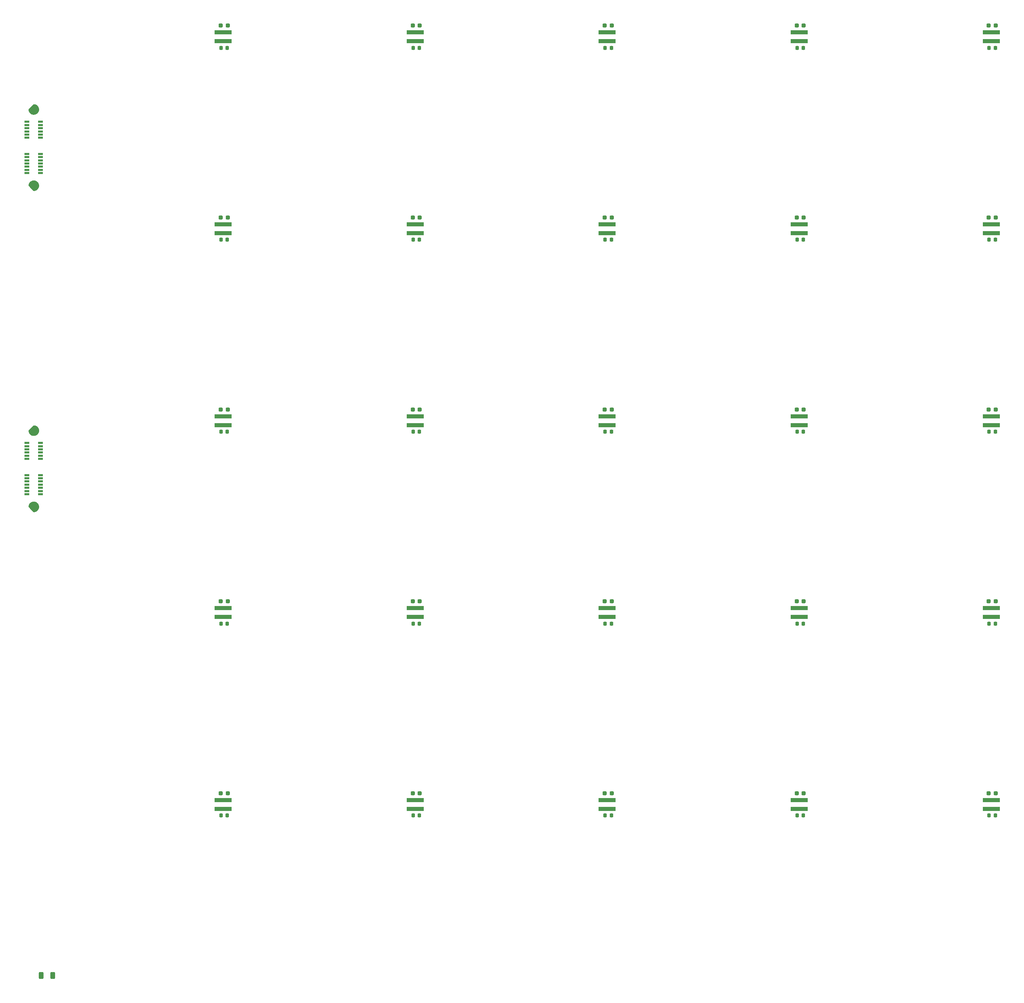
<source format=gbr>
%TF.GenerationSoftware,KiCad,Pcbnew,8.0.2-1*%
%TF.CreationDate,2024-06-21T16:09:21-04:00*%
%TF.ProjectId,OddLayers_3.0mm_SiPM,4f64644c-6179-4657-9273-5f332e306d6d,rev?*%
%TF.SameCoordinates,Original*%
%TF.FileFunction,Paste,Top*%
%TF.FilePolarity,Positive*%
%FSLAX46Y46*%
G04 Gerber Fmt 4.6, Leading zero omitted, Abs format (unit mm)*
G04 Created by KiCad (PCBNEW 8.0.2-1) date 2024-06-21 16:09:21*
%MOMM*%
%LPD*%
G01*
G04 APERTURE LIST*
G04 Aperture macros list*
%AMRoundRect*
0 Rectangle with rounded corners*
0 $1 Rounding radius*
0 $2 $3 $4 $5 $6 $7 $8 $9 X,Y pos of 4 corners*
0 Add a 4 corners polygon primitive as box body*
4,1,4,$2,$3,$4,$5,$6,$7,$8,$9,$2,$3,0*
0 Add four circle primitives for the rounded corners*
1,1,$1+$1,$2,$3*
1,1,$1+$1,$4,$5*
1,1,$1+$1,$6,$7*
1,1,$1+$1,$8,$9*
0 Add four rect primitives between the rounded corners*
20,1,$1+$1,$2,$3,$4,$5,0*
20,1,$1+$1,$4,$5,$6,$7,0*
20,1,$1+$1,$6,$7,$8,$9,0*
20,1,$1+$1,$8,$9,$2,$3,0*%
G04 Aperture macros list end*
%ADD10C,0.010000*%
%ADD11RoundRect,0.237500X-0.287500X-0.237500X0.287500X-0.237500X0.287500X0.237500X-0.287500X0.237500X0*%
%ADD12RoundRect,0.225000X-0.225000X-0.250000X0.225000X-0.250000X0.225000X0.250000X-0.225000X0.250000X0*%
%ADD13R,4.200000X1.000000*%
%ADD14R,1.200000X0.500000*%
%ADD15RoundRect,0.250000X-0.312500X-0.625000X0.312500X-0.625000X0.312500X0.625000X-0.312500X0.625000X0*%
G04 APERTURE END LIST*
D10*
%TO.C,REF\u002A\u002A*%
X60066000Y-108227000D02*
X60133000Y-108232000D01*
X60199000Y-108241000D01*
X60264000Y-108253000D01*
X60329000Y-108268000D01*
X60392000Y-108287000D01*
X60455000Y-108309000D01*
X60517000Y-108335000D01*
X60577000Y-108363000D01*
X60635000Y-108395000D01*
X60692000Y-108430000D01*
X60746000Y-108468000D01*
X60799000Y-108508000D01*
X60850000Y-108551000D01*
X60898000Y-108597000D01*
X60944000Y-108645000D01*
X60987000Y-108696000D01*
X61027000Y-108749000D01*
X61065000Y-108803000D01*
X61100000Y-108860000D01*
X61132000Y-108918000D01*
X61160000Y-108978000D01*
X61186000Y-109040000D01*
X61208000Y-109103000D01*
X61227000Y-109166000D01*
X61242000Y-109231000D01*
X61254000Y-109296000D01*
X61263000Y-109362000D01*
X61268000Y-109429000D01*
X61270000Y-109495000D01*
X61268000Y-109561000D01*
X61263000Y-109628000D01*
X61254000Y-109694000D01*
X61242000Y-109759000D01*
X61227000Y-109824000D01*
X61208000Y-109887000D01*
X61186000Y-109950000D01*
X61160000Y-110012000D01*
X61132000Y-110072000D01*
X61100000Y-110130000D01*
X61065000Y-110187000D01*
X61027000Y-110241000D01*
X60987000Y-110294000D01*
X60944000Y-110345000D01*
X60898000Y-110393000D01*
X60873000Y-110416000D01*
X60847000Y-110439000D01*
X60821000Y-110462000D01*
X60794000Y-110484000D01*
X60766000Y-110505000D01*
X60738000Y-110525000D01*
X60709000Y-110544000D01*
X60680000Y-110563000D01*
X60651000Y-110581000D01*
X60620000Y-110598000D01*
X60590000Y-110615000D01*
X60559000Y-110630000D01*
X60527000Y-110645000D01*
X60496000Y-110659000D01*
X60464000Y-110672000D01*
X60431000Y-110685000D01*
X60398000Y-110696000D01*
X60365000Y-110707000D01*
X60332000Y-110716000D01*
X60298000Y-110725000D01*
X60265000Y-110733000D01*
X60231000Y-110740000D01*
X60197000Y-110746000D01*
X60162000Y-110752000D01*
X60128000Y-110756000D01*
X60093000Y-110759000D01*
X60059000Y-110762000D01*
X60024000Y-110764000D01*
X59989000Y-110764000D01*
X59954000Y-110764000D01*
X58731000Y-109541000D01*
X58730740Y-109540960D01*
X58731000Y-109506000D01*
X58731000Y-109471000D01*
X58733000Y-109436000D01*
X58736000Y-109402000D01*
X58739000Y-109367000D01*
X58743000Y-109333000D01*
X58749000Y-109298000D01*
X58755000Y-109264000D01*
X58762000Y-109230000D01*
X58770000Y-109196000D01*
X58779000Y-109163000D01*
X58788000Y-109130000D01*
X58799000Y-109097000D01*
X58810000Y-109064000D01*
X58823000Y-109031000D01*
X58836000Y-108999000D01*
X58850000Y-108967000D01*
X58865000Y-108936000D01*
X58880000Y-108905000D01*
X58897000Y-108875000D01*
X58914000Y-108844000D01*
X58932000Y-108815000D01*
X58951000Y-108786000D01*
X58970000Y-108757000D01*
X58990000Y-108729000D01*
X59011000Y-108701000D01*
X59033000Y-108674000D01*
X59056000Y-108648000D01*
X59079000Y-108622000D01*
X59102000Y-108597000D01*
X59150000Y-108551000D01*
X59201000Y-108508000D01*
X59254000Y-108468000D01*
X59308000Y-108430000D01*
X59365000Y-108395000D01*
X59423000Y-108363000D01*
X59483000Y-108335000D01*
X59545000Y-108309000D01*
X59608000Y-108287000D01*
X59671000Y-108268000D01*
X59736000Y-108253000D01*
X59801000Y-108241000D01*
X59867000Y-108232000D01*
X59934000Y-108227000D01*
X60000000Y-108225000D01*
X60066000Y-108227000D01*
G36*
X60066000Y-108227000D02*
G01*
X60133000Y-108232000D01*
X60199000Y-108241000D01*
X60264000Y-108253000D01*
X60329000Y-108268000D01*
X60392000Y-108287000D01*
X60455000Y-108309000D01*
X60517000Y-108335000D01*
X60577000Y-108363000D01*
X60635000Y-108395000D01*
X60692000Y-108430000D01*
X60746000Y-108468000D01*
X60799000Y-108508000D01*
X60850000Y-108551000D01*
X60898000Y-108597000D01*
X60944000Y-108645000D01*
X60987000Y-108696000D01*
X61027000Y-108749000D01*
X61065000Y-108803000D01*
X61100000Y-108860000D01*
X61132000Y-108918000D01*
X61160000Y-108978000D01*
X61186000Y-109040000D01*
X61208000Y-109103000D01*
X61227000Y-109166000D01*
X61242000Y-109231000D01*
X61254000Y-109296000D01*
X61263000Y-109362000D01*
X61268000Y-109429000D01*
X61270000Y-109495000D01*
X61268000Y-109561000D01*
X61263000Y-109628000D01*
X61254000Y-109694000D01*
X61242000Y-109759000D01*
X61227000Y-109824000D01*
X61208000Y-109887000D01*
X61186000Y-109950000D01*
X61160000Y-110012000D01*
X61132000Y-110072000D01*
X61100000Y-110130000D01*
X61065000Y-110187000D01*
X61027000Y-110241000D01*
X60987000Y-110294000D01*
X60944000Y-110345000D01*
X60898000Y-110393000D01*
X60873000Y-110416000D01*
X60847000Y-110439000D01*
X60821000Y-110462000D01*
X60794000Y-110484000D01*
X60766000Y-110505000D01*
X60738000Y-110525000D01*
X60709000Y-110544000D01*
X60680000Y-110563000D01*
X60651000Y-110581000D01*
X60620000Y-110598000D01*
X60590000Y-110615000D01*
X60559000Y-110630000D01*
X60527000Y-110645000D01*
X60496000Y-110659000D01*
X60464000Y-110672000D01*
X60431000Y-110685000D01*
X60398000Y-110696000D01*
X60365000Y-110707000D01*
X60332000Y-110716000D01*
X60298000Y-110725000D01*
X60265000Y-110733000D01*
X60231000Y-110740000D01*
X60197000Y-110746000D01*
X60162000Y-110752000D01*
X60128000Y-110756000D01*
X60093000Y-110759000D01*
X60059000Y-110762000D01*
X60024000Y-110764000D01*
X59989000Y-110764000D01*
X59954000Y-110764000D01*
X58731000Y-109541000D01*
X58730740Y-109540960D01*
X58731000Y-109506000D01*
X58731000Y-109471000D01*
X58733000Y-109436000D01*
X58736000Y-109402000D01*
X58739000Y-109367000D01*
X58743000Y-109333000D01*
X58749000Y-109298000D01*
X58755000Y-109264000D01*
X58762000Y-109230000D01*
X58770000Y-109196000D01*
X58779000Y-109163000D01*
X58788000Y-109130000D01*
X58799000Y-109097000D01*
X58810000Y-109064000D01*
X58823000Y-109031000D01*
X58836000Y-108999000D01*
X58850000Y-108967000D01*
X58865000Y-108936000D01*
X58880000Y-108905000D01*
X58897000Y-108875000D01*
X58914000Y-108844000D01*
X58932000Y-108815000D01*
X58951000Y-108786000D01*
X58970000Y-108757000D01*
X58990000Y-108729000D01*
X59011000Y-108701000D01*
X59033000Y-108674000D01*
X59056000Y-108648000D01*
X59079000Y-108622000D01*
X59102000Y-108597000D01*
X59150000Y-108551000D01*
X59201000Y-108508000D01*
X59254000Y-108468000D01*
X59308000Y-108430000D01*
X59365000Y-108395000D01*
X59423000Y-108363000D01*
X59483000Y-108335000D01*
X59545000Y-108309000D01*
X59608000Y-108287000D01*
X59671000Y-108268000D01*
X59736000Y-108253000D01*
X59801000Y-108241000D01*
X59867000Y-108232000D01*
X59934000Y-108227000D01*
X60000000Y-108225000D01*
X60066000Y-108227000D01*
G37*
X59989000Y-89236000D02*
X60024000Y-89236000D01*
X60059000Y-89238000D01*
X60093000Y-89241000D01*
X60128000Y-89244000D01*
X60162000Y-89248000D01*
X60197000Y-89254000D01*
X60231000Y-89260000D01*
X60265000Y-89267000D01*
X60298000Y-89275000D01*
X60332000Y-89284000D01*
X60365000Y-89293000D01*
X60398000Y-89304000D01*
X60431000Y-89315000D01*
X60464000Y-89328000D01*
X60496000Y-89341000D01*
X60527000Y-89355000D01*
X60559000Y-89370000D01*
X60590000Y-89385000D01*
X60620000Y-89402000D01*
X60651000Y-89419000D01*
X60680000Y-89437000D01*
X60709000Y-89456000D01*
X60738000Y-89475000D01*
X60766000Y-89495000D01*
X60794000Y-89516000D01*
X60821000Y-89538000D01*
X60847000Y-89561000D01*
X60873000Y-89584000D01*
X60898000Y-89607000D01*
X60944000Y-89655000D01*
X60987000Y-89706000D01*
X61027000Y-89759000D01*
X61065000Y-89813000D01*
X61100000Y-89870000D01*
X61132000Y-89928000D01*
X61160000Y-89988000D01*
X61186000Y-90050000D01*
X61208000Y-90113000D01*
X61227000Y-90176000D01*
X61242000Y-90241000D01*
X61254000Y-90306000D01*
X61263000Y-90372000D01*
X61268000Y-90439000D01*
X61270000Y-90505000D01*
X61268000Y-90571000D01*
X61263000Y-90638000D01*
X61254000Y-90704000D01*
X61242000Y-90769000D01*
X61227000Y-90834000D01*
X61208000Y-90897000D01*
X61186000Y-90960000D01*
X61160000Y-91022000D01*
X61132000Y-91082000D01*
X61100000Y-91140000D01*
X61065000Y-91197000D01*
X61027000Y-91251000D01*
X60987000Y-91304000D01*
X60944000Y-91355000D01*
X60898000Y-91403000D01*
X60850000Y-91449000D01*
X60799000Y-91492000D01*
X60746000Y-91532000D01*
X60692000Y-91570000D01*
X60635000Y-91605000D01*
X60577000Y-91637000D01*
X60517000Y-91665000D01*
X60455000Y-91691000D01*
X60392000Y-91713000D01*
X60329000Y-91732000D01*
X60264000Y-91747000D01*
X60199000Y-91759000D01*
X60133000Y-91768000D01*
X60066000Y-91773000D01*
X60000000Y-91775000D01*
X59934000Y-91773000D01*
X59867000Y-91768000D01*
X59801000Y-91759000D01*
X59736000Y-91747000D01*
X59671000Y-91732000D01*
X59608000Y-91713000D01*
X59545000Y-91691000D01*
X59483000Y-91665000D01*
X59423000Y-91637000D01*
X59365000Y-91605000D01*
X59308000Y-91570000D01*
X59254000Y-91532000D01*
X59201000Y-91492000D01*
X59150000Y-91449000D01*
X59102000Y-91403000D01*
X59079000Y-91378000D01*
X59056000Y-91352000D01*
X59033000Y-91326000D01*
X59011000Y-91299000D01*
X58990000Y-91271000D01*
X58970000Y-91243000D01*
X58951000Y-91214000D01*
X58932000Y-91185000D01*
X58914000Y-91156000D01*
X58897000Y-91125000D01*
X58880000Y-91095000D01*
X58865000Y-91064000D01*
X58850000Y-91033000D01*
X58836000Y-91001000D01*
X58823000Y-90969000D01*
X58810000Y-90936000D01*
X58799000Y-90903000D01*
X58788000Y-90870000D01*
X58779000Y-90837000D01*
X58770000Y-90804000D01*
X58762000Y-90770000D01*
X58755000Y-90736000D01*
X58749000Y-90702000D01*
X58743000Y-90667000D01*
X58739000Y-90633000D01*
X58736000Y-90598000D01*
X58733000Y-90564000D01*
X58731000Y-90529000D01*
X58731000Y-90494000D01*
X58731000Y-90459000D01*
X59954000Y-89236000D01*
X59954041Y-89235700D01*
X59989000Y-89236000D01*
G36*
X59989000Y-89236000D02*
G01*
X60024000Y-89236000D01*
X60059000Y-89238000D01*
X60093000Y-89241000D01*
X60128000Y-89244000D01*
X60162000Y-89248000D01*
X60197000Y-89254000D01*
X60231000Y-89260000D01*
X60265000Y-89267000D01*
X60298000Y-89275000D01*
X60332000Y-89284000D01*
X60365000Y-89293000D01*
X60398000Y-89304000D01*
X60431000Y-89315000D01*
X60464000Y-89328000D01*
X60496000Y-89341000D01*
X60527000Y-89355000D01*
X60559000Y-89370000D01*
X60590000Y-89385000D01*
X60620000Y-89402000D01*
X60651000Y-89419000D01*
X60680000Y-89437000D01*
X60709000Y-89456000D01*
X60738000Y-89475000D01*
X60766000Y-89495000D01*
X60794000Y-89516000D01*
X60821000Y-89538000D01*
X60847000Y-89561000D01*
X60873000Y-89584000D01*
X60898000Y-89607000D01*
X60944000Y-89655000D01*
X60987000Y-89706000D01*
X61027000Y-89759000D01*
X61065000Y-89813000D01*
X61100000Y-89870000D01*
X61132000Y-89928000D01*
X61160000Y-89988000D01*
X61186000Y-90050000D01*
X61208000Y-90113000D01*
X61227000Y-90176000D01*
X61242000Y-90241000D01*
X61254000Y-90306000D01*
X61263000Y-90372000D01*
X61268000Y-90439000D01*
X61270000Y-90505000D01*
X61268000Y-90571000D01*
X61263000Y-90638000D01*
X61254000Y-90704000D01*
X61242000Y-90769000D01*
X61227000Y-90834000D01*
X61208000Y-90897000D01*
X61186000Y-90960000D01*
X61160000Y-91022000D01*
X61132000Y-91082000D01*
X61100000Y-91140000D01*
X61065000Y-91197000D01*
X61027000Y-91251000D01*
X60987000Y-91304000D01*
X60944000Y-91355000D01*
X60898000Y-91403000D01*
X60850000Y-91449000D01*
X60799000Y-91492000D01*
X60746000Y-91532000D01*
X60692000Y-91570000D01*
X60635000Y-91605000D01*
X60577000Y-91637000D01*
X60517000Y-91665000D01*
X60455000Y-91691000D01*
X60392000Y-91713000D01*
X60329000Y-91732000D01*
X60264000Y-91747000D01*
X60199000Y-91759000D01*
X60133000Y-91768000D01*
X60066000Y-91773000D01*
X60000000Y-91775000D01*
X59934000Y-91773000D01*
X59867000Y-91768000D01*
X59801000Y-91759000D01*
X59736000Y-91747000D01*
X59671000Y-91732000D01*
X59608000Y-91713000D01*
X59545000Y-91691000D01*
X59483000Y-91665000D01*
X59423000Y-91637000D01*
X59365000Y-91605000D01*
X59308000Y-91570000D01*
X59254000Y-91532000D01*
X59201000Y-91492000D01*
X59150000Y-91449000D01*
X59102000Y-91403000D01*
X59079000Y-91378000D01*
X59056000Y-91352000D01*
X59033000Y-91326000D01*
X59011000Y-91299000D01*
X58990000Y-91271000D01*
X58970000Y-91243000D01*
X58951000Y-91214000D01*
X58932000Y-91185000D01*
X58914000Y-91156000D01*
X58897000Y-91125000D01*
X58880000Y-91095000D01*
X58865000Y-91064000D01*
X58850000Y-91033000D01*
X58836000Y-91001000D01*
X58823000Y-90969000D01*
X58810000Y-90936000D01*
X58799000Y-90903000D01*
X58788000Y-90870000D01*
X58779000Y-90837000D01*
X58770000Y-90804000D01*
X58762000Y-90770000D01*
X58755000Y-90736000D01*
X58749000Y-90702000D01*
X58743000Y-90667000D01*
X58739000Y-90633000D01*
X58736000Y-90598000D01*
X58733000Y-90564000D01*
X58731000Y-90529000D01*
X58731000Y-90494000D01*
X58731000Y-90459000D01*
X59954000Y-89236000D01*
X59954041Y-89235700D01*
X59989000Y-89236000D01*
G37*
X60066000Y-188227000D02*
X60133000Y-188232000D01*
X60199000Y-188241000D01*
X60264000Y-188253000D01*
X60329000Y-188268000D01*
X60392000Y-188287000D01*
X60455000Y-188309000D01*
X60517000Y-188335000D01*
X60577000Y-188363000D01*
X60635000Y-188395000D01*
X60692000Y-188430000D01*
X60746000Y-188468000D01*
X60799000Y-188508000D01*
X60850000Y-188551000D01*
X60898000Y-188597000D01*
X60944000Y-188645000D01*
X60987000Y-188696000D01*
X61027000Y-188749000D01*
X61065000Y-188803000D01*
X61100000Y-188860000D01*
X61132000Y-188918000D01*
X61160000Y-188978000D01*
X61186000Y-189040000D01*
X61208000Y-189103000D01*
X61227000Y-189166000D01*
X61242000Y-189231000D01*
X61254000Y-189296000D01*
X61263000Y-189362000D01*
X61268000Y-189429000D01*
X61270000Y-189495000D01*
X61268000Y-189561000D01*
X61263000Y-189628000D01*
X61254000Y-189694000D01*
X61242000Y-189759000D01*
X61227000Y-189824000D01*
X61208000Y-189887000D01*
X61186000Y-189950000D01*
X61160000Y-190012000D01*
X61132000Y-190072000D01*
X61100000Y-190130000D01*
X61065000Y-190187000D01*
X61027000Y-190241000D01*
X60987000Y-190294000D01*
X60944000Y-190345000D01*
X60898000Y-190393000D01*
X60873000Y-190416000D01*
X60847000Y-190439000D01*
X60821000Y-190462000D01*
X60794000Y-190484000D01*
X60766000Y-190505000D01*
X60738000Y-190525000D01*
X60709000Y-190544000D01*
X60680000Y-190563000D01*
X60651000Y-190581000D01*
X60620000Y-190598000D01*
X60590000Y-190615000D01*
X60559000Y-190630000D01*
X60527000Y-190645000D01*
X60496000Y-190659000D01*
X60464000Y-190672000D01*
X60431000Y-190685000D01*
X60398000Y-190696000D01*
X60365000Y-190707000D01*
X60332000Y-190716000D01*
X60298000Y-190725000D01*
X60265000Y-190733000D01*
X60231000Y-190740000D01*
X60197000Y-190746000D01*
X60162000Y-190752000D01*
X60128000Y-190756000D01*
X60093000Y-190759000D01*
X60059000Y-190762000D01*
X60024000Y-190764000D01*
X59989000Y-190764000D01*
X59954000Y-190764000D01*
X58731000Y-189541000D01*
X58730740Y-189540960D01*
X58731000Y-189506000D01*
X58731000Y-189471000D01*
X58733000Y-189436000D01*
X58736000Y-189402000D01*
X58739000Y-189367000D01*
X58743000Y-189333000D01*
X58749000Y-189298000D01*
X58755000Y-189264000D01*
X58762000Y-189230000D01*
X58770000Y-189196000D01*
X58779000Y-189163000D01*
X58788000Y-189130000D01*
X58799000Y-189097000D01*
X58810000Y-189064000D01*
X58823000Y-189031000D01*
X58836000Y-188999000D01*
X58850000Y-188967000D01*
X58865000Y-188936000D01*
X58880000Y-188905000D01*
X58897000Y-188875000D01*
X58914000Y-188844000D01*
X58932000Y-188815000D01*
X58951000Y-188786000D01*
X58970000Y-188757000D01*
X58990000Y-188729000D01*
X59011000Y-188701000D01*
X59033000Y-188674000D01*
X59056000Y-188648000D01*
X59079000Y-188622000D01*
X59102000Y-188597000D01*
X59150000Y-188551000D01*
X59201000Y-188508000D01*
X59254000Y-188468000D01*
X59308000Y-188430000D01*
X59365000Y-188395000D01*
X59423000Y-188363000D01*
X59483000Y-188335000D01*
X59545000Y-188309000D01*
X59608000Y-188287000D01*
X59671000Y-188268000D01*
X59736000Y-188253000D01*
X59801000Y-188241000D01*
X59867000Y-188232000D01*
X59934000Y-188227000D01*
X60000000Y-188225000D01*
X60066000Y-188227000D01*
G36*
X60066000Y-188227000D02*
G01*
X60133000Y-188232000D01*
X60199000Y-188241000D01*
X60264000Y-188253000D01*
X60329000Y-188268000D01*
X60392000Y-188287000D01*
X60455000Y-188309000D01*
X60517000Y-188335000D01*
X60577000Y-188363000D01*
X60635000Y-188395000D01*
X60692000Y-188430000D01*
X60746000Y-188468000D01*
X60799000Y-188508000D01*
X60850000Y-188551000D01*
X60898000Y-188597000D01*
X60944000Y-188645000D01*
X60987000Y-188696000D01*
X61027000Y-188749000D01*
X61065000Y-188803000D01*
X61100000Y-188860000D01*
X61132000Y-188918000D01*
X61160000Y-188978000D01*
X61186000Y-189040000D01*
X61208000Y-189103000D01*
X61227000Y-189166000D01*
X61242000Y-189231000D01*
X61254000Y-189296000D01*
X61263000Y-189362000D01*
X61268000Y-189429000D01*
X61270000Y-189495000D01*
X61268000Y-189561000D01*
X61263000Y-189628000D01*
X61254000Y-189694000D01*
X61242000Y-189759000D01*
X61227000Y-189824000D01*
X61208000Y-189887000D01*
X61186000Y-189950000D01*
X61160000Y-190012000D01*
X61132000Y-190072000D01*
X61100000Y-190130000D01*
X61065000Y-190187000D01*
X61027000Y-190241000D01*
X60987000Y-190294000D01*
X60944000Y-190345000D01*
X60898000Y-190393000D01*
X60873000Y-190416000D01*
X60847000Y-190439000D01*
X60821000Y-190462000D01*
X60794000Y-190484000D01*
X60766000Y-190505000D01*
X60738000Y-190525000D01*
X60709000Y-190544000D01*
X60680000Y-190563000D01*
X60651000Y-190581000D01*
X60620000Y-190598000D01*
X60590000Y-190615000D01*
X60559000Y-190630000D01*
X60527000Y-190645000D01*
X60496000Y-190659000D01*
X60464000Y-190672000D01*
X60431000Y-190685000D01*
X60398000Y-190696000D01*
X60365000Y-190707000D01*
X60332000Y-190716000D01*
X60298000Y-190725000D01*
X60265000Y-190733000D01*
X60231000Y-190740000D01*
X60197000Y-190746000D01*
X60162000Y-190752000D01*
X60128000Y-190756000D01*
X60093000Y-190759000D01*
X60059000Y-190762000D01*
X60024000Y-190764000D01*
X59989000Y-190764000D01*
X59954000Y-190764000D01*
X58731000Y-189541000D01*
X58730740Y-189540960D01*
X58731000Y-189506000D01*
X58731000Y-189471000D01*
X58733000Y-189436000D01*
X58736000Y-189402000D01*
X58739000Y-189367000D01*
X58743000Y-189333000D01*
X58749000Y-189298000D01*
X58755000Y-189264000D01*
X58762000Y-189230000D01*
X58770000Y-189196000D01*
X58779000Y-189163000D01*
X58788000Y-189130000D01*
X58799000Y-189097000D01*
X58810000Y-189064000D01*
X58823000Y-189031000D01*
X58836000Y-188999000D01*
X58850000Y-188967000D01*
X58865000Y-188936000D01*
X58880000Y-188905000D01*
X58897000Y-188875000D01*
X58914000Y-188844000D01*
X58932000Y-188815000D01*
X58951000Y-188786000D01*
X58970000Y-188757000D01*
X58990000Y-188729000D01*
X59011000Y-188701000D01*
X59033000Y-188674000D01*
X59056000Y-188648000D01*
X59079000Y-188622000D01*
X59102000Y-188597000D01*
X59150000Y-188551000D01*
X59201000Y-188508000D01*
X59254000Y-188468000D01*
X59308000Y-188430000D01*
X59365000Y-188395000D01*
X59423000Y-188363000D01*
X59483000Y-188335000D01*
X59545000Y-188309000D01*
X59608000Y-188287000D01*
X59671000Y-188268000D01*
X59736000Y-188253000D01*
X59801000Y-188241000D01*
X59867000Y-188232000D01*
X59934000Y-188227000D01*
X60000000Y-188225000D01*
X60066000Y-188227000D01*
G37*
X59989000Y-169236000D02*
X60024000Y-169236000D01*
X60059000Y-169238000D01*
X60093000Y-169241000D01*
X60128000Y-169244000D01*
X60162000Y-169248000D01*
X60197000Y-169254000D01*
X60231000Y-169260000D01*
X60265000Y-169267000D01*
X60298000Y-169275000D01*
X60332000Y-169284000D01*
X60365000Y-169293000D01*
X60398000Y-169304000D01*
X60431000Y-169315000D01*
X60464000Y-169328000D01*
X60496000Y-169341000D01*
X60527000Y-169355000D01*
X60559000Y-169370000D01*
X60590000Y-169385000D01*
X60620000Y-169402000D01*
X60651000Y-169419000D01*
X60680000Y-169437000D01*
X60709000Y-169456000D01*
X60738000Y-169475000D01*
X60766000Y-169495000D01*
X60794000Y-169516000D01*
X60821000Y-169538000D01*
X60847000Y-169561000D01*
X60873000Y-169584000D01*
X60898000Y-169607000D01*
X60944000Y-169655000D01*
X60987000Y-169706000D01*
X61027000Y-169759000D01*
X61065000Y-169813000D01*
X61100000Y-169870000D01*
X61132000Y-169928000D01*
X61160000Y-169988000D01*
X61186000Y-170050000D01*
X61208000Y-170113000D01*
X61227000Y-170176000D01*
X61242000Y-170241000D01*
X61254000Y-170306000D01*
X61263000Y-170372000D01*
X61268000Y-170439000D01*
X61270000Y-170505000D01*
X61268000Y-170571000D01*
X61263000Y-170638000D01*
X61254000Y-170704000D01*
X61242000Y-170769000D01*
X61227000Y-170834000D01*
X61208000Y-170897000D01*
X61186000Y-170960000D01*
X61160000Y-171022000D01*
X61132000Y-171082000D01*
X61100000Y-171140000D01*
X61065000Y-171197000D01*
X61027000Y-171251000D01*
X60987000Y-171304000D01*
X60944000Y-171355000D01*
X60898000Y-171403000D01*
X60850000Y-171449000D01*
X60799000Y-171492000D01*
X60746000Y-171532000D01*
X60692000Y-171570000D01*
X60635000Y-171605000D01*
X60577000Y-171637000D01*
X60517000Y-171665000D01*
X60455000Y-171691000D01*
X60392000Y-171713000D01*
X60329000Y-171732000D01*
X60264000Y-171747000D01*
X60199000Y-171759000D01*
X60133000Y-171768000D01*
X60066000Y-171773000D01*
X60000000Y-171775000D01*
X59934000Y-171773000D01*
X59867000Y-171768000D01*
X59801000Y-171759000D01*
X59736000Y-171747000D01*
X59671000Y-171732000D01*
X59608000Y-171713000D01*
X59545000Y-171691000D01*
X59483000Y-171665000D01*
X59423000Y-171637000D01*
X59365000Y-171605000D01*
X59308000Y-171570000D01*
X59254000Y-171532000D01*
X59201000Y-171492000D01*
X59150000Y-171449000D01*
X59102000Y-171403000D01*
X59079000Y-171378000D01*
X59056000Y-171352000D01*
X59033000Y-171326000D01*
X59011000Y-171299000D01*
X58990000Y-171271000D01*
X58970000Y-171243000D01*
X58951000Y-171214000D01*
X58932000Y-171185000D01*
X58914000Y-171156000D01*
X58897000Y-171125000D01*
X58880000Y-171095000D01*
X58865000Y-171064000D01*
X58850000Y-171033000D01*
X58836000Y-171001000D01*
X58823000Y-170969000D01*
X58810000Y-170936000D01*
X58799000Y-170903000D01*
X58788000Y-170870000D01*
X58779000Y-170837000D01*
X58770000Y-170804000D01*
X58762000Y-170770000D01*
X58755000Y-170736000D01*
X58749000Y-170702000D01*
X58743000Y-170667000D01*
X58739000Y-170633000D01*
X58736000Y-170598000D01*
X58733000Y-170564000D01*
X58731000Y-170529000D01*
X58731000Y-170494000D01*
X58731000Y-170459000D01*
X59954000Y-169236000D01*
X59954041Y-169235700D01*
X59989000Y-169236000D01*
G36*
X59989000Y-169236000D02*
G01*
X60024000Y-169236000D01*
X60059000Y-169238000D01*
X60093000Y-169241000D01*
X60128000Y-169244000D01*
X60162000Y-169248000D01*
X60197000Y-169254000D01*
X60231000Y-169260000D01*
X60265000Y-169267000D01*
X60298000Y-169275000D01*
X60332000Y-169284000D01*
X60365000Y-169293000D01*
X60398000Y-169304000D01*
X60431000Y-169315000D01*
X60464000Y-169328000D01*
X60496000Y-169341000D01*
X60527000Y-169355000D01*
X60559000Y-169370000D01*
X60590000Y-169385000D01*
X60620000Y-169402000D01*
X60651000Y-169419000D01*
X60680000Y-169437000D01*
X60709000Y-169456000D01*
X60738000Y-169475000D01*
X60766000Y-169495000D01*
X60794000Y-169516000D01*
X60821000Y-169538000D01*
X60847000Y-169561000D01*
X60873000Y-169584000D01*
X60898000Y-169607000D01*
X60944000Y-169655000D01*
X60987000Y-169706000D01*
X61027000Y-169759000D01*
X61065000Y-169813000D01*
X61100000Y-169870000D01*
X61132000Y-169928000D01*
X61160000Y-169988000D01*
X61186000Y-170050000D01*
X61208000Y-170113000D01*
X61227000Y-170176000D01*
X61242000Y-170241000D01*
X61254000Y-170306000D01*
X61263000Y-170372000D01*
X61268000Y-170439000D01*
X61270000Y-170505000D01*
X61268000Y-170571000D01*
X61263000Y-170638000D01*
X61254000Y-170704000D01*
X61242000Y-170769000D01*
X61227000Y-170834000D01*
X61208000Y-170897000D01*
X61186000Y-170960000D01*
X61160000Y-171022000D01*
X61132000Y-171082000D01*
X61100000Y-171140000D01*
X61065000Y-171197000D01*
X61027000Y-171251000D01*
X60987000Y-171304000D01*
X60944000Y-171355000D01*
X60898000Y-171403000D01*
X60850000Y-171449000D01*
X60799000Y-171492000D01*
X60746000Y-171532000D01*
X60692000Y-171570000D01*
X60635000Y-171605000D01*
X60577000Y-171637000D01*
X60517000Y-171665000D01*
X60455000Y-171691000D01*
X60392000Y-171713000D01*
X60329000Y-171732000D01*
X60264000Y-171747000D01*
X60199000Y-171759000D01*
X60133000Y-171768000D01*
X60066000Y-171773000D01*
X60000000Y-171775000D01*
X59934000Y-171773000D01*
X59867000Y-171768000D01*
X59801000Y-171759000D01*
X59736000Y-171747000D01*
X59671000Y-171732000D01*
X59608000Y-171713000D01*
X59545000Y-171691000D01*
X59483000Y-171665000D01*
X59423000Y-171637000D01*
X59365000Y-171605000D01*
X59308000Y-171570000D01*
X59254000Y-171532000D01*
X59201000Y-171492000D01*
X59150000Y-171449000D01*
X59102000Y-171403000D01*
X59079000Y-171378000D01*
X59056000Y-171352000D01*
X59033000Y-171326000D01*
X59011000Y-171299000D01*
X58990000Y-171271000D01*
X58970000Y-171243000D01*
X58951000Y-171214000D01*
X58932000Y-171185000D01*
X58914000Y-171156000D01*
X58897000Y-171125000D01*
X58880000Y-171095000D01*
X58865000Y-171064000D01*
X58850000Y-171033000D01*
X58836000Y-171001000D01*
X58823000Y-170969000D01*
X58810000Y-170936000D01*
X58799000Y-170903000D01*
X58788000Y-170870000D01*
X58779000Y-170837000D01*
X58770000Y-170804000D01*
X58762000Y-170770000D01*
X58755000Y-170736000D01*
X58749000Y-170702000D01*
X58743000Y-170667000D01*
X58739000Y-170633000D01*
X58736000Y-170598000D01*
X58733000Y-170564000D01*
X58731000Y-170529000D01*
X58731000Y-170494000D01*
X58731000Y-170459000D01*
X59954000Y-169236000D01*
X59954041Y-169235700D01*
X59989000Y-169236000D01*
G37*
%TD*%
D11*
%TO.C,REF\u002A\u002A34*%
X297775000Y-165265000D03*
D12*
X297875000Y-170800000D03*
D13*
X298400000Y-166950000D03*
D12*
X299425000Y-170800000D03*
D11*
X299525000Y-165265000D03*
D13*
X298400000Y-169150000D03*
%TD*%
D11*
%TO.C,REF\u002A\u002A40*%
X106575000Y-260865000D03*
D12*
X106675000Y-266400000D03*
D13*
X107200000Y-262550000D03*
D12*
X108225000Y-266400000D03*
D11*
X108325000Y-260865000D03*
D13*
X107200000Y-264750000D03*
%TD*%
D11*
%TO.C,REF\u002A\u002A30*%
X106575000Y-165265000D03*
D12*
X106675000Y-170800000D03*
D13*
X107200000Y-166950000D03*
D12*
X108225000Y-170800000D03*
D11*
X108325000Y-165265000D03*
D13*
X107200000Y-169150000D03*
%TD*%
D11*
%TO.C,REF\u002A\u002A24*%
X297775000Y-69665000D03*
D12*
X297875000Y-75200000D03*
D13*
X298400000Y-71350000D03*
D12*
X299425000Y-75200000D03*
D11*
X299525000Y-69665000D03*
D13*
X298400000Y-73550000D03*
%TD*%
D11*
%TO.C,REF\u002A\u002A43*%
X249975000Y-260865000D03*
D12*
X250075000Y-266400000D03*
D13*
X250600000Y-262550000D03*
D12*
X251625000Y-266400000D03*
D11*
X251725000Y-260865000D03*
D13*
X250600000Y-264750000D03*
%TD*%
D11*
%TO.C,REF\u002A\u002A38*%
X249975000Y-213065000D03*
D12*
X250075000Y-218600000D03*
D13*
X250600000Y-214750000D03*
D12*
X251625000Y-218600000D03*
D11*
X251725000Y-213065000D03*
D13*
X250600000Y-216950000D03*
%TD*%
D11*
%TO.C,REF\u002A\u002A22*%
X202175000Y-69665000D03*
D12*
X202275000Y-75200000D03*
D13*
X202800000Y-71350000D03*
D12*
X203825000Y-75200000D03*
D11*
X203925000Y-69665000D03*
D13*
X202800000Y-73550000D03*
%TD*%
D11*
%TO.C,REF\u002A\u002A28*%
X249975000Y-117465000D03*
D12*
X250075000Y-123000000D03*
D13*
X250600000Y-119150000D03*
D12*
X251625000Y-123000000D03*
D11*
X251725000Y-117465000D03*
D13*
X250600000Y-121350000D03*
%TD*%
D11*
%TO.C,REF\u002A\u002A23*%
X249975000Y-69665000D03*
D12*
X250075000Y-75200000D03*
D13*
X250600000Y-71350000D03*
D12*
X251625000Y-75200000D03*
D11*
X251725000Y-69665000D03*
D13*
X250600000Y-73550000D03*
%TD*%
D11*
%TO.C,REF\u002A\u002A32*%
X202175000Y-165265000D03*
D12*
X202275000Y-170800000D03*
D13*
X202800000Y-166950000D03*
D12*
X203825000Y-170800000D03*
D11*
X203925000Y-165265000D03*
D13*
X202800000Y-169150000D03*
%TD*%
D11*
%TO.C,REF\u002A\u002A44*%
X297775000Y-260865000D03*
D12*
X297875000Y-266400000D03*
D13*
X298400000Y-262550000D03*
D12*
X299425000Y-266400000D03*
D11*
X299525000Y-260865000D03*
D13*
X298400000Y-264750000D03*
%TD*%
D11*
%TO.C,REF\u002A\u002A26*%
X154375000Y-117465000D03*
D12*
X154475000Y-123000000D03*
D13*
X155000000Y-119150000D03*
D12*
X156025000Y-123000000D03*
D11*
X156125000Y-117465000D03*
D13*
X155000000Y-121350000D03*
%TD*%
D11*
%TO.C,REF\u002A\u002A36*%
X154375000Y-213065000D03*
D12*
X154475000Y-218600000D03*
D13*
X155000000Y-214750000D03*
D12*
X156025000Y-218600000D03*
D11*
X156125000Y-213065000D03*
D13*
X155000000Y-216950000D03*
%TD*%
D11*
%TO.C,REF\u002A\u002A20*%
X106575000Y-69665000D03*
D12*
X106675000Y-75200000D03*
D13*
X107200000Y-71350000D03*
D12*
X108225000Y-75200000D03*
D11*
X108325000Y-69665000D03*
D13*
X107200000Y-73550000D03*
%TD*%
D11*
%TO.C,REF\u002A\u002A25*%
X106575000Y-117465000D03*
D12*
X106675000Y-123000000D03*
D13*
X107200000Y-119150000D03*
D12*
X108225000Y-123000000D03*
D11*
X108325000Y-117465000D03*
D13*
X107200000Y-121350000D03*
%TD*%
D11*
%TO.C,REF\u002A\u002A37*%
X202175000Y-213065000D03*
D12*
X202275000Y-218600000D03*
D13*
X202800000Y-214750000D03*
D12*
X203825000Y-218600000D03*
D11*
X203925000Y-213065000D03*
D13*
X202800000Y-216950000D03*
%TD*%
D11*
%TO.C,REF\u002A\u002A31*%
X154375000Y-165265000D03*
D12*
X154475000Y-170800000D03*
D13*
X155000000Y-166950000D03*
D12*
X156025000Y-170800000D03*
D11*
X156125000Y-165265000D03*
D13*
X155000000Y-169150000D03*
%TD*%
D11*
%TO.C,REF\u002A\u002A27*%
X202175000Y-117465000D03*
D12*
X202275000Y-123000000D03*
D13*
X202800000Y-119150000D03*
D12*
X203825000Y-123000000D03*
D11*
X203925000Y-117465000D03*
D13*
X202800000Y-121350000D03*
%TD*%
D11*
%TO.C,REF\u002A\u002A41*%
X154375000Y-260865000D03*
D12*
X154475000Y-266400000D03*
D13*
X155000000Y-262550000D03*
D12*
X156025000Y-266400000D03*
D11*
X156125000Y-260865000D03*
D13*
X155000000Y-264750000D03*
%TD*%
D11*
%TO.C,REF\u002A\u002A29*%
X297775000Y-117465000D03*
D12*
X297875000Y-123000000D03*
D13*
X298400000Y-119150000D03*
D12*
X299425000Y-123000000D03*
D11*
X299525000Y-117465000D03*
D13*
X298400000Y-121350000D03*
%TD*%
D11*
%TO.C,REF\u002A\u002A21*%
X154375000Y-69665000D03*
D12*
X154475000Y-75200000D03*
D13*
X155000000Y-71350000D03*
D12*
X156025000Y-75200000D03*
D11*
X156125000Y-69665000D03*
D13*
X155000000Y-73550000D03*
%TD*%
D11*
%TO.C,REF\u002A\u002A42*%
X202175000Y-260865000D03*
D12*
X202275000Y-266400000D03*
D13*
X202800000Y-262550000D03*
D12*
X203825000Y-266400000D03*
D11*
X203925000Y-260865000D03*
D13*
X202800000Y-264750000D03*
%TD*%
D11*
%TO.C,REF\u002A\u002A35*%
X106575000Y-213065000D03*
D12*
X106675000Y-218600000D03*
D13*
X107200000Y-214750000D03*
D12*
X108225000Y-218600000D03*
D11*
X108325000Y-213065000D03*
D13*
X107200000Y-216950000D03*
%TD*%
D11*
%TO.C,REF\u002A\u002A39*%
X297775000Y-213065000D03*
D12*
X297875000Y-218600000D03*
D13*
X298400000Y-214750000D03*
D12*
X299425000Y-218600000D03*
D11*
X299525000Y-213065000D03*
D13*
X298400000Y-216950000D03*
%TD*%
D11*
%TO.C,REF\u002A\u002A33*%
X249975000Y-165265000D03*
D12*
X250075000Y-170800000D03*
D13*
X250600000Y-166950000D03*
D12*
X251625000Y-170800000D03*
D11*
X251725000Y-165265000D03*
D13*
X250600000Y-169150000D03*
%TD*%
D14*
%TO.C,REF\u002A\u002A*%
X58300000Y-93600000D03*
X61700000Y-93600000D03*
X58300000Y-94400000D03*
X61700000Y-94400000D03*
X58300000Y-95200000D03*
X61700000Y-95200000D03*
X58300000Y-96000000D03*
X61700000Y-96000000D03*
X58300000Y-96800000D03*
X61700000Y-96800000D03*
X58300000Y-97600000D03*
X61700000Y-97600000D03*
X58300000Y-101600000D03*
X61700000Y-101600000D03*
X58300000Y-102400000D03*
X61700000Y-102400000D03*
X58300000Y-103200000D03*
X61700000Y-103200000D03*
X58300000Y-104000000D03*
X61700000Y-104000000D03*
X58300000Y-104800000D03*
X61700000Y-104800000D03*
X58300000Y-105600000D03*
X61700000Y-105600000D03*
X58300000Y-106400000D03*
X61700000Y-106400000D03*
%TD*%
%TO.C,REF\u002A\u002A*%
X58300000Y-173600000D03*
X61700000Y-173600000D03*
X58300000Y-174400000D03*
X61700000Y-174400000D03*
X58300000Y-175200000D03*
X61700000Y-175200000D03*
X58300000Y-176000000D03*
X61700000Y-176000000D03*
X58300000Y-176800000D03*
X61700000Y-176800000D03*
X58300000Y-177600000D03*
X61700000Y-177600000D03*
X58300000Y-181600000D03*
X61700000Y-181600000D03*
X58300000Y-182400000D03*
X61700000Y-182400000D03*
X58300000Y-183200000D03*
X61700000Y-183200000D03*
X58300000Y-184000000D03*
X61700000Y-184000000D03*
X58300000Y-184800000D03*
X61700000Y-184800000D03*
X58300000Y-185600000D03*
X61700000Y-185600000D03*
X58300000Y-186400000D03*
X61700000Y-186400000D03*
%TD*%
D15*
%TO.C,50 \u03A9*%
X61837500Y-306300000D03*
X64762500Y-306300000D03*
%TD*%
M02*

</source>
